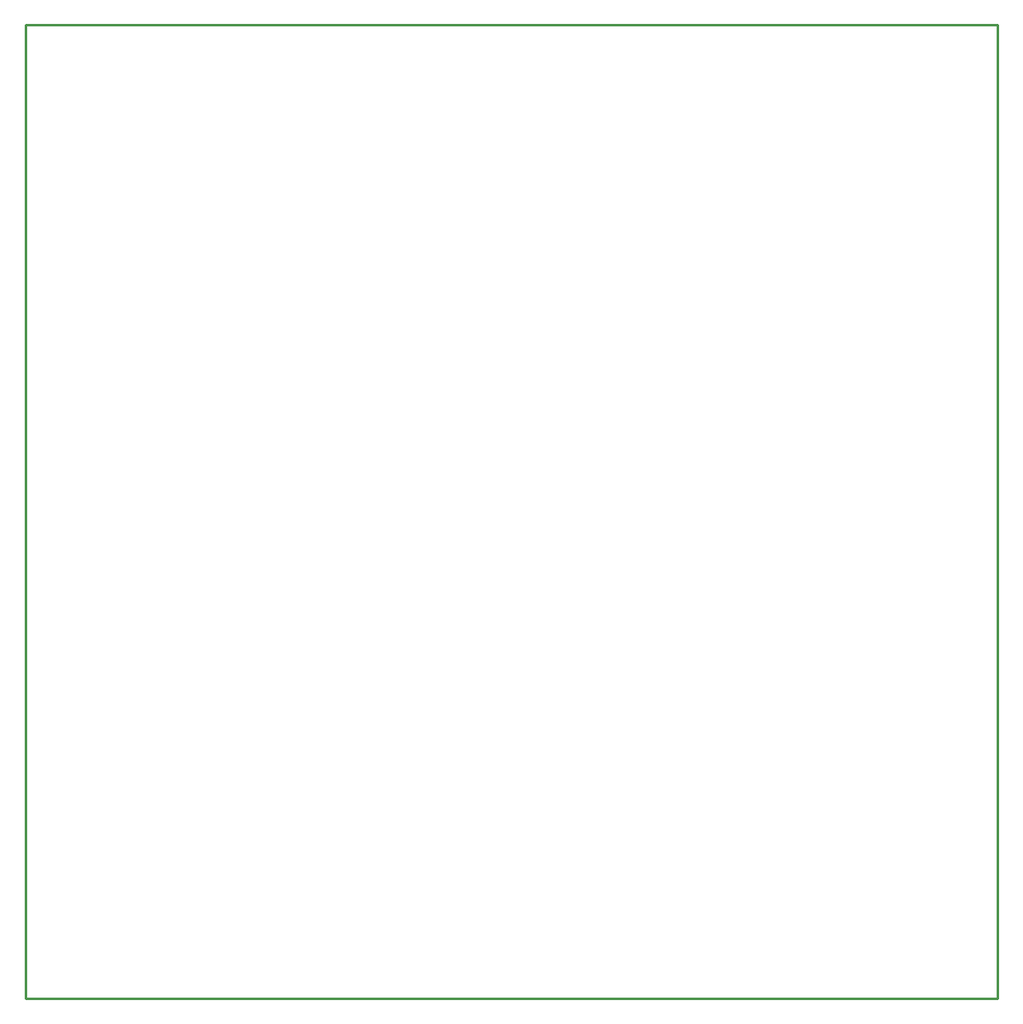
<source format=gko>
G04*
G04 #@! TF.GenerationSoftware,Altium Limited,Altium Designer,18.1.6 (161)*
G04*
G04 Layer_Color=16711935*
%FSTAX24Y24*%
%MOIN*%
G70*
G01*
G75*
%ADD14C,0.0100*%
D14*
X0848Y0365D02*
Y07585D01*
X1241D01*
Y0365D02*
Y07585D01*
X11475Y0365D02*
X1241D01*
X0848D02*
X11475D01*
X0848Y07045D02*
X0848Y0365D01*
X1079D01*
M02*

</source>
